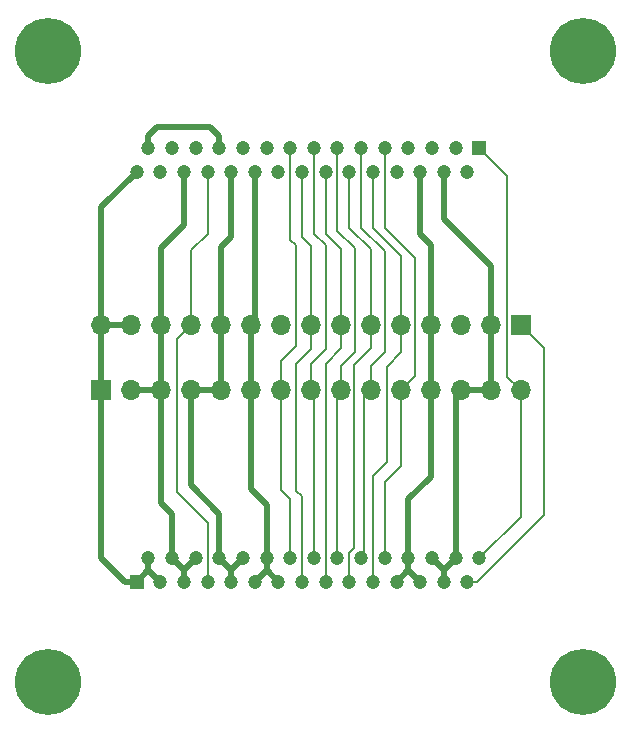
<source format=gbr>
%TF.GenerationSoftware,KiCad,Pcbnew,8.0.9-8.0.9-0~ubuntu20.04.1*%
%TF.CreationDate,2025-08-05T19:54:57+10:00*%
%TF.ProjectId,glowforge-psu-breakout,676c6f77-666f-4726-9765-2d7073752d62,rev?*%
%TF.SameCoordinates,Original*%
%TF.FileFunction,Copper,L2,Bot*%
%TF.FilePolarity,Positive*%
%FSLAX46Y46*%
G04 Gerber Fmt 4.6, Leading zero omitted, Abs format (unit mm)*
G04 Created by KiCad (PCBNEW 8.0.9-8.0.9-0~ubuntu20.04.1) date 2025-08-05 19:54:57*
%MOMM*%
%LPD*%
G01*
G04 APERTURE LIST*
%TA.AperFunction,ComponentPad*%
%ADD10R,1.700000X1.700000*%
%TD*%
%TA.AperFunction,ComponentPad*%
%ADD11O,1.700000X1.700000*%
%TD*%
%TA.AperFunction,ComponentPad*%
%ADD12C,3.600000*%
%TD*%
%TA.AperFunction,ConnectorPad*%
%ADD13C,5.600000*%
%TD*%
%TA.AperFunction,ComponentPad*%
%ADD14R,1.200000X1.200000*%
%TD*%
%TA.AperFunction,ComponentPad*%
%ADD15C,1.200000*%
%TD*%
%TA.AperFunction,Conductor*%
%ADD16C,0.500000*%
%TD*%
%TA.AperFunction,Conductor*%
%ADD17C,0.200000*%
%TD*%
G04 APERTURE END LIST*
D10*
%TO.P,J2,1,Pin_1*%
%TO.N,/HV_V*%
X178540000Y-90750000D03*
D11*
%TO.P,J2,2,Pin_2*%
%TO.N,+3V3*%
X176000000Y-90750000D03*
%TO.P,J2,3,Pin_3*%
%TO.N,GND*%
X173460000Y-90750000D03*
%TO.P,J2,4,Pin_4*%
X170920000Y-90750000D03*
%TO.P,J2,5,Pin_5*%
%TO.N,/INTAKE_FAN1_TACH*%
X168380000Y-90750000D03*
%TO.P,J2,6,Pin_6*%
%TO.N,/LASER_ON*%
X165840000Y-90750000D03*
%TO.P,J2,7,Pin_7*%
%TO.N,/HV_OK*%
X163300000Y-90750000D03*
%TO.P,J2,8,Pin_8*%
%TO.N,/HV_ENABLE*%
X160760000Y-90750000D03*
%TO.P,J2,9,Pin_9*%
%TO.N,+12V*%
X158220000Y-90750000D03*
%TO.P,J2,10,Pin_10*%
X155680000Y-90750000D03*
%TO.P,J2,11,Pin_11*%
%TO.N,GND*%
X153140000Y-90750000D03*
%TO.P,J2,12,Pin_12*%
%TO.N,/40VDC_ENABLE*%
X150600000Y-90750000D03*
%TO.P,J2,13,Pin_13*%
%TO.N,+40V*%
X148060000Y-90750000D03*
%TO.P,J2,14,Pin_14*%
%TO.N,GND*%
X145520000Y-90750000D03*
%TO.P,J2,15,Pin_15*%
X142980000Y-90750000D03*
%TD*%
D10*
%TO.P,J3,1,Pin_1*%
%TO.N,GND*%
X142940000Y-96250000D03*
D11*
%TO.P,J3,2,Pin_2*%
%TO.N,+40V*%
X145480000Y-96250000D03*
%TO.P,J3,3,Pin_3*%
X148020000Y-96250000D03*
%TO.P,J3,4,Pin_4*%
%TO.N,GND*%
X150560000Y-96250000D03*
%TO.P,J3,5,Pin_5*%
X153100000Y-96250000D03*
%TO.P,J3,6,Pin_6*%
%TO.N,+12V*%
X155640000Y-96250000D03*
%TO.P,J3,7,Pin_7*%
%TO.N,/12VDC_ENABLE*%
X158180000Y-96250000D03*
%TO.P,J3,8,Pin_8*%
%TO.N,/PWR_TEMP*%
X160720000Y-96250000D03*
%TO.P,J3,9,Pin_9*%
%TO.N,/LASER_PWM*%
X163260000Y-96250000D03*
%TO.P,J3,10,Pin_10*%
%TO.N,/INTAKE_FAN2_TACH*%
X165800000Y-96250000D03*
%TO.P,J3,11,Pin_11*%
%TO.N,/INTAKE_FANS_PWM*%
X168340000Y-96250000D03*
%TO.P,J3,12,Pin_12*%
%TO.N,GND*%
X170880000Y-96250000D03*
%TO.P,J3,13,Pin_13*%
%TO.N,+3V3*%
X173420000Y-96250000D03*
%TO.P,J3,14,Pin_14*%
X175960000Y-96250000D03*
%TO.P,J3,15,Pin_15*%
%TO.N,/HV_I*%
X178500000Y-96250000D03*
%TD*%
D12*
%TO.P,H3,1,1*%
%TO.N,GND*%
X138500000Y-121000000D03*
D13*
X138500000Y-121000000D03*
%TD*%
D12*
%TO.P,H4,1,1*%
%TO.N,GND*%
X183750000Y-121000000D03*
D13*
X183750000Y-121000000D03*
%TD*%
D14*
%TO.P,J4,1,1*%
%TO.N,GND*%
X146000000Y-112500000D03*
D15*
%TO.P,J4,2,2*%
X147000000Y-110500000D03*
%TO.P,J4,3,3*%
X148000000Y-112500000D03*
%TO.P,J4,4,4*%
%TO.N,+40V*%
X149000000Y-110500000D03*
%TO.P,J4,5,5*%
X150000000Y-112500000D03*
%TO.P,J4,6,6*%
X151000000Y-110500000D03*
%TO.P,J4,7,7*%
%TO.N,/40VDC_ENABLE*%
X152000000Y-112500000D03*
%TO.P,J4,8,8*%
%TO.N,GND*%
X153000000Y-110500000D03*
%TO.P,J4,9,9*%
X154000000Y-112500000D03*
%TO.P,J4,10,10*%
X155000000Y-110500000D03*
%TO.P,J4,11,11*%
%TO.N,+12V*%
X156000000Y-112500000D03*
%TO.P,J4,12,12*%
X157000000Y-110500000D03*
%TO.P,J4,13,13*%
X158000000Y-112500000D03*
%TO.P,J4,14,14*%
%TO.N,/12VDC_ENABLE*%
X159000000Y-110500000D03*
%TO.P,J4,15,15*%
%TO.N,/HV_ENABLE*%
X160000000Y-112500000D03*
%TO.P,J4,16,16*%
%TO.N,/PWR_TEMP*%
X161000000Y-110500000D03*
%TO.P,J4,17,17*%
%TO.N,/HV_OK*%
X162000000Y-112500000D03*
%TO.P,J4,18,18*%
%TO.N,/LASER_PWM*%
X163000000Y-110500000D03*
%TO.P,J4,19,19*%
%TO.N,/LASER_ON*%
X164000000Y-112500000D03*
%TO.P,J4,20,20*%
%TO.N,/INTAKE_FAN2_TACH*%
X165000000Y-110500000D03*
%TO.P,J4,21,21*%
%TO.N,/INTAKE_FAN1_TACH*%
X166000000Y-112500000D03*
%TO.P,J4,22,22*%
%TO.N,/INTAKE_FANS_PWM*%
X167000000Y-110500000D03*
%TO.P,J4,23,23*%
%TO.N,GND*%
X168000000Y-112500000D03*
%TO.P,J4,24,24*%
X169000000Y-110500000D03*
%TO.P,J4,25,25*%
X170000000Y-112500000D03*
%TO.P,J4,26,26*%
%TO.N,+3V3*%
X171000000Y-110500000D03*
%TO.P,J4,27,27*%
X172000000Y-112500000D03*
%TO.P,J4,28,28*%
X173000000Y-110500000D03*
%TO.P,J4,29,29*%
%TO.N,/HV_V*%
X174000000Y-112500000D03*
%TO.P,J4,30,30*%
%TO.N,/HV_I*%
X175000000Y-110500000D03*
%TD*%
D12*
%TO.P,H2,1,1*%
%TO.N,GND*%
X138500000Y-67500000D03*
D13*
X138500000Y-67500000D03*
%TD*%
D14*
%TO.P,J1,1,1*%
%TO.N,/HV_I*%
X175000000Y-75750000D03*
D15*
%TO.P,J1,2,2*%
%TO.N,/HV_V*%
X174000000Y-77750000D03*
%TO.P,J1,3,3*%
%TO.N,+3V3*%
X173000000Y-75750000D03*
%TO.P,J1,4,4*%
X172000000Y-77750000D03*
%TO.P,J1,5,5*%
X171000000Y-75750000D03*
%TO.P,J1,6,6*%
%TO.N,GND*%
X170000000Y-77750000D03*
%TO.P,J1,7,7*%
X169000000Y-75750000D03*
%TO.P,J1,8,8*%
X168000000Y-77750000D03*
%TO.P,J1,9,9*%
%TO.N,/INTAKE_FANS_PWM*%
X167000000Y-75750000D03*
%TO.P,J1,10,10*%
%TO.N,/INTAKE_FAN1_TACH*%
X166000000Y-77750000D03*
%TO.P,J1,11,11*%
%TO.N,/INTAKE_FAN2_TACH*%
X165000000Y-75750000D03*
%TO.P,J1,12,12*%
%TO.N,/LASER_ON*%
X164000000Y-77750000D03*
%TO.P,J1,13,13*%
%TO.N,/LASER_PWM*%
X163000000Y-75750000D03*
%TO.P,J1,14,14*%
%TO.N,/HV_OK*%
X162000000Y-77750000D03*
%TO.P,J1,15,15*%
%TO.N,/PWR_TEMP*%
X161000000Y-75750000D03*
%TO.P,J1,16,16*%
%TO.N,/HV_ENABLE*%
X160000000Y-77750000D03*
%TO.P,J1,17,17*%
%TO.N,/12VDC_ENABLE*%
X159000000Y-75750000D03*
%TO.P,J1,18,18*%
%TO.N,+12V*%
X158000000Y-77750000D03*
%TO.P,J1,19,19*%
X157000000Y-75750000D03*
%TO.P,J1,20,20*%
X156000000Y-77750000D03*
%TO.P,J1,21,21*%
%TO.N,GND*%
X155000000Y-75750000D03*
%TO.P,J1,22,22*%
X154000000Y-77750000D03*
%TO.P,J1,23,23*%
X153000000Y-75750000D03*
%TO.P,J1,24,24*%
%TO.N,/40VDC_ENABLE*%
X152000000Y-77750000D03*
%TO.P,J1,25,25*%
%TO.N,+40V*%
X151000000Y-75750000D03*
%TO.P,J1,26,26*%
X150000000Y-77750000D03*
%TO.P,J1,27,27*%
X149000000Y-75750000D03*
%TO.P,J1,28,28*%
%TO.N,GND*%
X148000000Y-77750000D03*
%TO.P,J1,29,29*%
X147000000Y-75750000D03*
%TO.P,J1,30,30*%
X146000000Y-77750000D03*
%TD*%
D12*
%TO.P,H1,1,1*%
%TO.N,GND*%
X183750000Y-67500000D03*
D13*
X183750000Y-67500000D03*
%TD*%
D16*
%TO.N,GND*%
X154000000Y-77750000D02*
X154000000Y-83250000D01*
X154000000Y-83250000D02*
X153140000Y-84110000D01*
X153140000Y-84110000D02*
X153140000Y-90750000D01*
%TO.N,+12V*%
X156000000Y-77750000D02*
X156000000Y-90430000D01*
X156000000Y-90430000D02*
X155680000Y-90750000D01*
%TO.N,+40V*%
X150000000Y-77750000D02*
X150000000Y-82250000D01*
X150000000Y-82250000D02*
X148060000Y-84190000D01*
X148060000Y-84190000D02*
X148060000Y-90750000D01*
%TO.N,GND*%
X142980000Y-90750000D02*
X145520000Y-90750000D01*
%TO.N,+3V3*%
X172000000Y-77750000D02*
X172000000Y-81750000D01*
X172000000Y-81750000D02*
X176000000Y-85750000D01*
X176000000Y-85750000D02*
X176000000Y-90750000D01*
%TO.N,GND*%
X170000000Y-77750000D02*
X170000000Y-83000000D01*
X170920000Y-83920000D02*
X170920000Y-90750000D01*
X170000000Y-83000000D02*
X170920000Y-83920000D01*
D17*
%TO.N,/INTAKE_FANS_PWM*%
X167000000Y-75750000D02*
X167000000Y-82500000D01*
X169530000Y-85030000D02*
X169530000Y-95060000D01*
X167000000Y-82500000D02*
X169530000Y-85030000D01*
X169530000Y-95060000D02*
X168340000Y-96250000D01*
%TO.N,/INTAKE_FAN1_TACH*%
X166000000Y-77750000D02*
X166000000Y-82500000D01*
X166000000Y-82500000D02*
X168380000Y-84880000D01*
X168380000Y-84880000D02*
X168380000Y-90750000D01*
%TO.N,/INTAKE_FAN2_TACH*%
X165000000Y-75750000D02*
X165000000Y-82500000D01*
X165000000Y-82500000D02*
X167000000Y-84500000D01*
X167000000Y-84500000D02*
X167000000Y-93000000D01*
X167000000Y-93000000D02*
X165800000Y-94200000D01*
X165800000Y-94200000D02*
X165800000Y-96250000D01*
%TO.N,/LASER_ON*%
X164000000Y-77750000D02*
X164000000Y-82500000D01*
X164000000Y-82500000D02*
X165840000Y-84340000D01*
X165840000Y-84340000D02*
X165840000Y-90750000D01*
%TO.N,/LASER_PWM*%
X163000000Y-75750000D02*
X163000000Y-82750000D01*
X163000000Y-82750000D02*
X164450000Y-84200000D01*
X164450000Y-84200000D02*
X164450000Y-93050000D01*
X164450000Y-93050000D02*
X163260000Y-94240000D01*
X163260000Y-94240000D02*
X163260000Y-96250000D01*
%TO.N,/PWR_TEMP*%
X161000000Y-75750000D02*
X161000000Y-83000000D01*
X162000000Y-92750000D02*
X160720000Y-94030000D01*
X161000000Y-83000000D02*
X162000000Y-84000000D01*
X160720000Y-94030000D02*
X160720000Y-96250000D01*
X162000000Y-84000000D02*
X162000000Y-92750000D01*
%TO.N,/HV_OK*%
X162000000Y-77750000D02*
X162000000Y-83000000D01*
X162000000Y-83000000D02*
X163300000Y-84300000D01*
X163300000Y-84300000D02*
X163300000Y-90750000D01*
%TO.N,/HV_ENABLE*%
X160000000Y-77750000D02*
X160000000Y-83250000D01*
X160000000Y-83250000D02*
X160760000Y-84010000D01*
X160760000Y-84010000D02*
X160760000Y-90750000D01*
%TO.N,/12VDC_ENABLE*%
X159000000Y-75750000D02*
X159000000Y-83500000D01*
X159000000Y-83500000D02*
X159500000Y-84000000D01*
X159500000Y-84000000D02*
X159500000Y-92500000D01*
X159500000Y-92500000D02*
X158180000Y-93820000D01*
X158180000Y-93820000D02*
X158180000Y-96250000D01*
%TO.N,/40VDC_ENABLE*%
X152000000Y-77750000D02*
X152000000Y-83000000D01*
X152000000Y-83000000D02*
X150600000Y-84400000D01*
X150600000Y-84400000D02*
X150600000Y-90750000D01*
%TO.N,/INTAKE_FAN1_TACH*%
X167190000Y-102310000D02*
X166000000Y-103500000D01*
X168380000Y-93060000D02*
X167190000Y-94250000D01*
X168380000Y-90750000D02*
X168380000Y-93060000D01*
D16*
%TO.N,GND*%
X170880000Y-90790000D02*
X170920000Y-90750000D01*
X170880000Y-96250000D02*
X170880000Y-90790000D01*
D17*
%TO.N,/HV_OK*%
X162000000Y-94000000D02*
X163300000Y-92700000D01*
%TO.N,/LASER_ON*%
X164410000Y-109590000D02*
X164410000Y-94090000D01*
%TO.N,/40VDC_ENABLE*%
X152000000Y-107500000D02*
X152000000Y-112500000D01*
%TO.N,/HV_V*%
X180500000Y-106848528D02*
X180500000Y-92710000D01*
D16*
%TO.N,GND*%
X142980000Y-80770000D02*
X146000000Y-77750000D01*
%TO.N,+3V3*%
X176000000Y-96210000D02*
X175960000Y-96250000D01*
%TO.N,+40V*%
X148060000Y-90750000D02*
X148060000Y-96210000D01*
D17*
%TO.N,/HV_V*%
X174000000Y-112500000D02*
X174848528Y-112500000D01*
X174848528Y-112500000D02*
X180500000Y-106848528D01*
%TO.N,/INTAKE_FAN1_TACH*%
X167190000Y-94250000D02*
X167190000Y-102310000D01*
X166000000Y-103500000D02*
X166000000Y-112500000D01*
%TO.N,/HV_ENABLE*%
X160000000Y-105250000D02*
X160000000Y-112500000D01*
%TO.N,/HV_V*%
X180500000Y-92710000D02*
X178540000Y-90750000D01*
%TO.N,/LASER_ON*%
X164000000Y-112500000D02*
X164000000Y-110000000D01*
D16*
%TO.N,GND*%
X142980000Y-90750000D02*
X142980000Y-96210000D01*
%TO.N,+3V3*%
X176000000Y-90750000D02*
X176000000Y-96210000D01*
%TO.N,GND*%
X153140000Y-90750000D02*
X153140000Y-96210000D01*
D17*
%TO.N,/40VDC_ENABLE*%
X150600000Y-90750000D02*
X149410000Y-91940000D01*
X149410000Y-91940000D02*
X149410000Y-104910000D01*
D16*
%TO.N,GND*%
X153140000Y-96210000D02*
X153100000Y-96250000D01*
D17*
%TO.N,/LASER_ON*%
X164000000Y-110000000D02*
X164410000Y-109590000D01*
X164410000Y-94090000D02*
X165840000Y-92660000D01*
X165840000Y-92660000D02*
X165840000Y-90750000D01*
%TO.N,/HV_OK*%
X162000000Y-112500000D02*
X162000000Y-94000000D01*
X163300000Y-92700000D02*
X163300000Y-90750000D01*
%TO.N,/HV_ENABLE*%
X160760000Y-90750000D02*
X160760000Y-92740000D01*
X160760000Y-92740000D02*
X159500000Y-94000000D01*
X159500000Y-94000000D02*
X159500000Y-104750000D01*
X159500000Y-104750000D02*
X160000000Y-105250000D01*
D16*
%TO.N,+12V*%
X155680000Y-90750000D02*
X155680000Y-96210000D01*
X155680000Y-96210000D02*
X155640000Y-96250000D01*
%TO.N,+40V*%
X148060000Y-96210000D02*
X148020000Y-96250000D01*
D17*
%TO.N,/40VDC_ENABLE*%
X149410000Y-104910000D02*
X152000000Y-107500000D01*
D16*
%TO.N,GND*%
X142980000Y-90750000D02*
X142980000Y-80770000D01*
X142980000Y-96210000D02*
X142940000Y-96250000D01*
D17*
%TO.N,/12VDC_ENABLE*%
X159000000Y-105500000D02*
X159000000Y-110500000D01*
%TO.N,/PWR_TEMP*%
X161000000Y-96530000D02*
X160720000Y-96250000D01*
%TO.N,/12VDC_ENABLE*%
X158180000Y-104680000D02*
X159000000Y-105500000D01*
X158180000Y-96250000D02*
X158180000Y-104680000D01*
D16*
%TO.N,GND*%
X150560000Y-104310000D02*
X153000000Y-106750000D01*
X153000000Y-106750000D02*
X153000000Y-110500000D01*
%TO.N,+40V*%
X149000000Y-106750000D02*
X149000000Y-110500000D01*
%TO.N,GND*%
X145000000Y-112500000D02*
X146000000Y-112500000D01*
%TO.N,+40V*%
X148020000Y-96250000D02*
X148020000Y-105770000D01*
%TO.N,+12V*%
X155640000Y-104640000D02*
X157000000Y-106000000D01*
%TO.N,GND*%
X142940000Y-96250000D02*
X142940000Y-110440000D01*
X170880000Y-103620000D02*
X169000000Y-105500000D01*
%TO.N,+40V*%
X148020000Y-96250000D02*
X145480000Y-96250000D01*
%TO.N,+12V*%
X155640000Y-96250000D02*
X155640000Y-104640000D01*
%TO.N,GND*%
X153100000Y-96250000D02*
X150560000Y-96250000D01*
D17*
%TO.N,/INTAKE_FANS_PWM*%
X167000000Y-104000000D02*
X168340000Y-102660000D01*
X167000000Y-110500000D02*
X167000000Y-104000000D01*
D16*
%TO.N,+3V3*%
X175960000Y-96250000D02*
X173420000Y-96250000D01*
%TO.N,GND*%
X169000000Y-105500000D02*
X169000000Y-110500000D01*
%TO.N,+40V*%
X148020000Y-105770000D02*
X149000000Y-106750000D01*
%TO.N,+3V3*%
X173000000Y-96670000D02*
X173420000Y-96250000D01*
%TO.N,GND*%
X170880000Y-96250000D02*
X170880000Y-103620000D01*
X142940000Y-110440000D02*
X145000000Y-112500000D01*
D17*
%TO.N,/LASER_PWM*%
X163000000Y-96510000D02*
X163260000Y-96250000D01*
%TO.N,/HV_I*%
X177390000Y-78140000D02*
X177390000Y-95140000D01*
D16*
%TO.N,+12V*%
X157000000Y-106000000D02*
X157000000Y-110500000D01*
%TO.N,GND*%
X150560000Y-96250000D02*
X150560000Y-104310000D01*
D17*
%TO.N,/PWR_TEMP*%
X161000000Y-110500000D02*
X161000000Y-96530000D01*
%TO.N,/LASER_PWM*%
X163000000Y-110500000D02*
X163000000Y-96510000D01*
%TO.N,/INTAKE_FAN2_TACH*%
X165250000Y-96800000D02*
X165800000Y-96250000D01*
X165000000Y-110500000D02*
X165250000Y-110250000D01*
X165250000Y-110250000D02*
X165250000Y-96800000D01*
%TO.N,/INTAKE_FANS_PWM*%
X168340000Y-102660000D02*
X168340000Y-96250000D01*
D16*
%TO.N,+3V3*%
X173000000Y-110500000D02*
X173000000Y-96670000D01*
D17*
%TO.N,/HV_I*%
X175000000Y-110500000D02*
X178500000Y-107000000D01*
X178500000Y-107000000D02*
X178500000Y-96250000D01*
X175000000Y-75750000D02*
X177390000Y-78140000D01*
X177390000Y-95140000D02*
X178500000Y-96250000D01*
D16*
%TO.N,GND*%
X169000000Y-110500000D02*
X169000000Y-111500000D01*
X154000000Y-112500000D02*
X154000000Y-111500000D01*
X153000000Y-74750000D02*
X152250000Y-74000000D01*
X147000000Y-74750000D02*
X147000000Y-75750000D01*
X169000000Y-111500000D02*
X170000000Y-112500000D01*
X153000000Y-75750000D02*
X153000000Y-74750000D01*
X152250000Y-74000000D02*
X147750000Y-74000000D01*
X154000000Y-111500000D02*
X153000000Y-110500000D01*
X154000000Y-111500000D02*
X155000000Y-110500000D01*
X147750000Y-74000000D02*
X147000000Y-74750000D01*
X147000000Y-111500000D02*
X148000000Y-112500000D01*
X147000000Y-111500000D02*
X146000000Y-112500000D01*
X169000000Y-111500000D02*
X168000000Y-112500000D01*
X147000000Y-110500000D02*
X147000000Y-111500000D01*
%TO.N,+40V*%
X150000000Y-112500000D02*
X150000000Y-111500000D01*
X150000000Y-111500000D02*
X149000000Y-110500000D01*
X150000000Y-111500000D02*
X151000000Y-110500000D01*
%TO.N,+12V*%
X157000000Y-110500000D02*
X157000000Y-111500000D01*
X157000000Y-111500000D02*
X156000000Y-112500000D01*
X157000000Y-111500000D02*
X158000000Y-112500000D01*
%TO.N,+3V3*%
X172000000Y-111500000D02*
X171000000Y-110500000D01*
X172000000Y-111500000D02*
X173000000Y-110500000D01*
X172000000Y-112500000D02*
X172000000Y-111500000D01*
%TD*%
M02*

</source>
